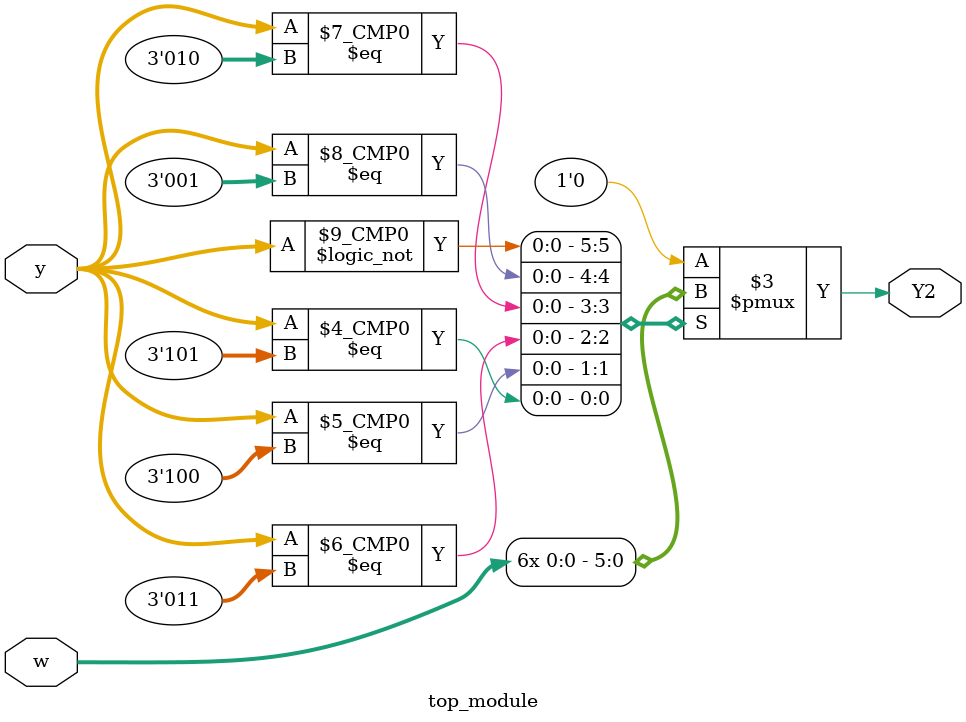
<source format=sv>
module top_module(
	input [3:1] y,
	input w,
	output reg Y2);

	always @(y, w) begin
		case (y)
			3'b000: Y2 = w;
			3'b001: Y2 = w;
			3'b010: Y2 = w;
			3'b011: Y2 = w;
			3'b100: Y2 = w;
			3'b101: Y2 = w;
			default: Y2 = 0;
		endcase
	end
endmodule

</source>
